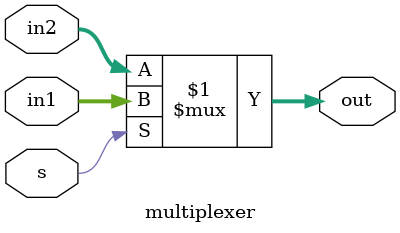
<source format=v>
`timescale 1ps/1ps

module multiplexer (input [6:0] in1 , in2 , input s , output [6:0] out );
  assign out = s ? in1 : in2;
endmodule

</source>
